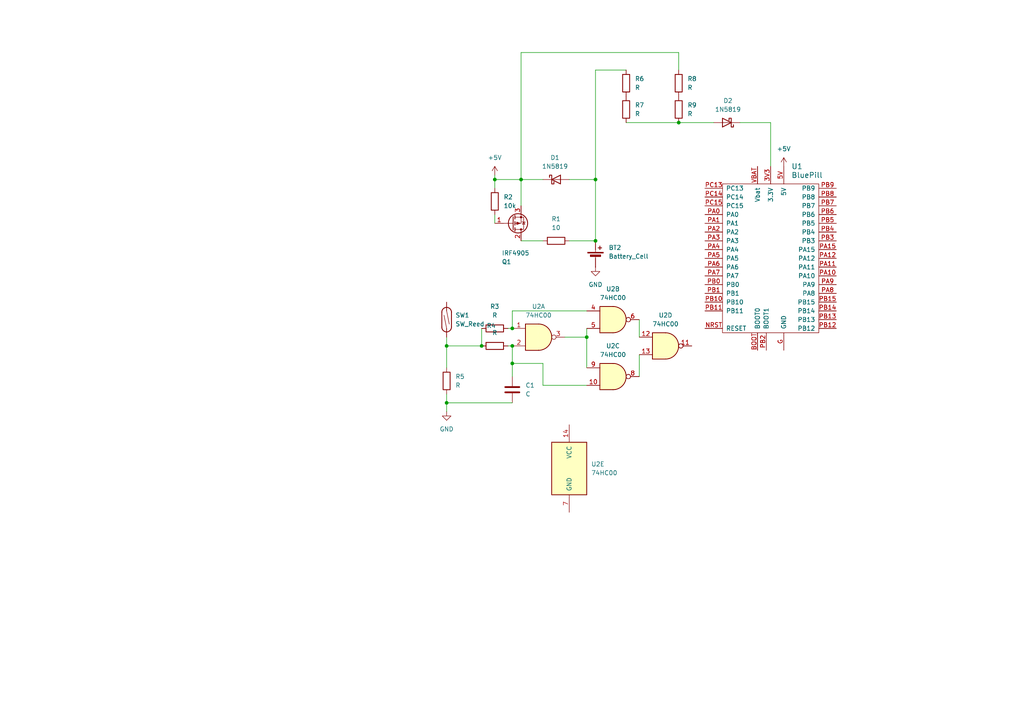
<source format=kicad_sch>
(kicad_sch (version 20231120) (generator "eeschema") (generator_version "8.0")
  (paper "A4")
  (lib_symbols
    (symbol "74xx:74HC00" (pin_names (offset 1.016))
      (property "Reference" "U" (at 0 1.27 0))
      (property "Value" "74HC00" (at 0 -1.27 0))
      (symbol "74HC00_1_1"
        (arc (start 0 -3.81) (mid 3.7934 0) (end 0 3.81) (stroke (width 0.254)) (fill (type background)))
        (polyline (pts (xy 0 3.81) (xy -3.81 3.81) (xy -3.81 -3.81) (xy 0 -3.81)) (stroke (width 0.254)) (fill (type background)))
        (pin input line (at -7.62 2.54 0) (length 3.81) (name "~") (number "1"))
        (pin input line (at -7.62 -2.54 0) (length 3.81) (name "~") (number "2"))
        (pin output inverted (at 7.62 0 180) (length 3.81) (name "~") (number "3"))
      )
      (symbol "74HC00_1_2"
        (arc (start -3.81 -3.81) (mid -2.589 0) (end -3.81 3.81) (stroke (width 0.254)))
        (arc (start -0.6096 -3.81) (mid 2.1842 -2.5851) (end 3.81 0) (stroke (width 0.254)) (fill (type background)))
        (polyline (pts (xy -3.81 -3.81) (xy -0.635 -3.81)) (stroke (width 0.254)) (fill (type background)))
        (polyline (pts (xy -3.81 3.81) (xy -0.635 3.81)) (stroke (width 0.254)) (fill (type background)))
        (polyline (pts (xy -0.635 3.81) (xy -3.81 3.81) (xy -3.81 3.81) (xy -3.556 3.4036) (xy -3.0226 2.2606) (xy -2.6924 1.0414) (xy -2.6162 -0.254) (xy -2.7686 -1.4986) (xy -3.175 -2.7178) (xy -3.81 -3.81) (xy -3.81 -3.81) (xy -0.635 -3.81)) (stroke (width -25.4)) (fill (type background)))
        (arc (start 3.81 0) (mid 2.1915 2.5936) (end -0.6096 3.81) (stroke (width 0.254)) (fill (type background)))
        (pin input inverted (at -7.62 2.54 0) (length 4.318) (name "~") (number "1"))
        (pin input inverted (at -7.62 -2.54 0) (length 4.318) (name "~") (number "2"))
        (pin output line (at 7.62 0 180) (length 3.81) (name "~") (number "3"))
      )
      (symbol "74HC00_2_1"
        (arc (start 0 -3.81) (mid 3.7934 0) (end 0 3.81) (stroke (width 0.254)) (fill (type background)))
        (polyline (pts (xy 0 3.81) (xy -3.81 3.81) (xy -3.81 -3.81) (xy 0 -3.81)) (stroke (width 0.254)) (fill (type background)))
        (pin input line (at -7.62 2.54 0) (length 3.81) (name "~") (number "4"))
        (pin input line (at -7.62 -2.54 0) (length 3.81) (name "~") (number "5"))
        (pin output inverted (at 7.62 0 180) (length 3.81) (name "~") (number "6"))
      )
      (symbol "74HC00_2_2"
        (arc (start -3.81 -3.81) (mid -2.589 0) (end -3.81 3.81) (stroke (width 0.254)))
        (arc (start -0.6096 -3.81) (mid 2.1842 -2.5851) (end 3.81 0) (stroke (width 0.254)) (fill (type background)))
        (polyline (pts (xy -3.81 -3.81) (xy -0.635 -3.81)) (stroke (width 0.254)) (fill (type background)))
        (polyline (pts (xy -3.81 3.81) (xy -0.635 3.81)) (stroke (width 0.254)) (fill (type background)))
        (polyline (pts (xy -0.635 3.81) (xy -3.81 3.81) (xy -3.81 3.81) (xy -3.556 3.4036) (xy -3.0226 2.2606) (xy -2.6924 1.0414) (xy -2.6162 -0.254) (xy -2.7686 -1.4986) (xy -3.175 -2.7178) (xy -3.81 -3.81) (xy -3.81 -3.81) (xy -0.635 -3.81)) (stroke (width -25.4)) (fill (type background)))
        (arc (start 3.81 0) (mid 2.1915 2.5936) (end -0.6096 3.81) (stroke (width 0.254)) (fill (type background)))
        (pin input inverted (at -7.62 2.54 0) (length 4.318) (name "~") (number "4"))
        (pin input inverted (at -7.62 -2.54 0) (length 4.318) (name "~") (number "5"))
        (pin output line (at 7.62 0 180) (length 3.81) (name "~") (number "6"))
      )
      (symbol "74HC00_3_1"
        (arc (start 0 -3.81) (mid 3.7934 0) (end 0 3.81) (stroke (width 0.254)) (fill (type background)))
        (polyline (pts (xy 0 3.81) (xy -3.81 3.81) (xy -3.81 -3.81) (xy 0 -3.81)) (stroke (width 0.254)) (fill (type background)))
        (pin input line (at -7.62 -2.54 0) (length 3.81) (name "~") (number "10"))
        (pin output inverted (at 7.62 0 180) (length 3.81) (name "~") (number "8"))
        (pin input line (at -7.62 2.54 0) (length 3.81) (name "~") (number "9"))
      )
      (symbol "74HC00_3_2"
        (arc (start -3.81 -3.81) (mid -2.589 0) (end -3.81 3.81) (stroke (width 0.254)))
        (arc (start -0.6096 -3.81) (mid 2.1842 -2.5851) (end 3.81 0) (stroke (width 0.254)) (fill (type background)))
        (polyline (pts (xy -3.81 -3.81) (xy -0.635 -3.81)) (stroke (width 0.254)) (fill (type background)))
        (polyline (pts (xy -3.81 3.81) (xy -0.635 3.81)) (stroke (width 0.254)) (fill (type background)))
        (polyline (pts (xy -0.635 3.81) (xy -3.81 3.81) (xy -3.81 3.81) (xy -3.556 3.4036) (xy -3.0226 2.2606) (xy -2.6924 1.0414) (xy -2.6162 -0.254) (xy -2.7686 -1.4986) (xy -3.175 -2.7178) (xy -3.81 -3.81) (xy -3.81 -3.81) (xy -0.635 -3.81)) (stroke (width -25.4)) (fill (type background)))
        (arc (start 3.81 0) (mid 2.1915 2.5936) (end -0.6096 3.81) (stroke (width 0.254)) (fill (type background)))
        (pin input inverted (at -7.62 -2.54 0) (length 4.318) (name "~") (number "10"))
        (pin output line (at 7.62 0 180) (length 3.81) (name "~") (number "8"))
        (pin input inverted (at -7.62 2.54 0) (length 4.318) (name "~") (number "9"))
      )
      (symbol "74HC00_4_1"
        (arc (start 0 -3.81) (mid 3.7934 0) (end 0 3.81) (stroke (width 0.254)) (fill (type background)))
        (polyline (pts (xy 0 3.81) (xy -3.81 3.81) (xy -3.81 -3.81) (xy 0 -3.81)) (stroke (width 0.254)) (fill (type background)))
        (pin output inverted (at 7.62 0 180) (length 3.81) (name "~") (number "11"))
        (pin input line (at -7.62 2.54 0) (length 3.81) (name "~") (number "12"))
        (pin input line (at -7.62 -2.54 0) (length 3.81) (name "~") (number "13"))
      )
      (symbol "74HC00_4_2"
        (arc (start -3.81 -3.81) (mid -2.589 0) (end -3.81 3.81) (stroke (width 0.254)))
        (arc (start -0.6096 -3.81) (mid 2.1842 -2.5851) (end 3.81 0) (stroke (width 0.254)) (fill (type background)))
        (polyline (pts (xy -3.81 -3.81) (xy -0.635 -3.81)) (stroke (width 0.254)) (fill (type background)))
        (polyline (pts (xy -3.81 3.81) (xy -0.635 3.81)) (stroke (width 0.254)) (fill (type background)))
        (polyline (pts (xy -0.635 3.81) (xy -3.81 3.81) (xy -3.81 3.81) (xy -3.556 3.4036) (xy -3.0226 2.2606) (xy -2.6924 1.0414) (xy -2.6162 -0.254) (xy -2.7686 -1.4986) (xy -3.175 -2.7178) (xy -3.81 -3.81) (xy -3.81 -3.81) (xy -0.635 -3.81)) (stroke (width -25.4)) (fill (type background)))
        (arc (start 3.81 0) (mid 2.1915 2.5936) (end -0.6096 3.81) (stroke (width 0.254)) (fill (type background)))
        (pin output line (at 7.62 0 180) (length 3.81) (name "~") (number "11"))
        (pin input inverted (at -7.62 2.54 0) (length 4.318) (name "~") (number "12"))
        (pin input inverted (at -7.62 -2.54 0) (length 4.318) (name "~") (number "13"))
      )
      (symbol "74HC00_5_0"
        (pin power_in line (at 0 12.7 270) (length 5.08) (name "VCC") (number "14"))
        (pin power_in line (at 0 -12.7 90) (length 5.08) (name "GND") (number "7"))
      )
      (symbol "74HC00_5_1"
        (rectangle (start -5.08 7.62) (end 5.08 -7.62) (stroke (width 0.254)) (fill (type background)))
      )
    )
    (symbol "Device:Battery_Cell" (pin_numbers hide) (pin_names (offset 0) hide)
      (property "Reference" "BT" (at 2.54 2.54 0))
      (property "Value" "Battery_Cell" (at 2.54 0 0))
      (symbol "Battery_Cell_0_1"
        (rectangle (start -2.286 1.778) (end 2.286 1.524) (fill (type outline)))
        (rectangle (start -1.524 1.016) (end 1.524 0.508) (fill (type outline)))
        (polyline (pts (xy 0 0.762) (xy 0 0)))
        (polyline (pts (xy 0 1.778) (xy 0 2.54)))
        (polyline (pts (xy 0.762 3.048) (xy 1.778 3.048)) (stroke (width 0.254)))
        (polyline (pts (xy 1.27 3.556) (xy 1.27 2.54)) (stroke (width 0.254)))
      )
      (symbol "Battery_Cell_1_1"
        (pin passive line (at 0 5.08 270) (length 2.54) (name "+") (number "1"))
        (pin passive line (at 0 -2.54 90) (length 2.54) (name "-") (number "2"))
      )
    )
    (symbol "Device:C" (pin_numbers hide) (pin_names (offset 0.254))
      (property "Reference" "C" (at 0.635 2.54 0))
      (property "Value" "C" (at 0.635 -2.54 0))
      (symbol "C_0_1"
        (polyline (pts (xy -2.032 -0.762) (xy 2.032 -0.762)) (stroke (width 0.508)))
        (polyline (pts (xy -2.032 0.762) (xy 2.032 0.762)) (stroke (width 0.508)))
      )
      (symbol "C_1_1"
        (pin passive line (at 0 3.81 270) (length 2.794) (name "~") (number "1"))
        (pin passive line (at 0 -3.81 90) (length 2.794) (name "~") (number "2"))
      )
    )
    (symbol "Device:R" (pin_numbers hide) (pin_names (offset 0))
      (property "Reference" "R" (at 2.032 0 90))
      (property "Value" "R" (at 0 0 90))
      (symbol "R_0_1"
        (rectangle (start -1.016 -2.54) (end 1.016 2.54) (stroke (width 0.254)))
      )
      (symbol "R_1_1"
        (pin passive line (at 0 3.81 270) (length 1.27) (name "~") (number "1"))
        (pin passive line (at 0 -3.81 90) (length 1.27) (name "~") (number "2"))
      )
    )
    (symbol "Diode:1N5819" (pin_numbers hide) (pin_names (offset 1.016) hide)
      (property "Reference" "D" (at 0 2.54 0))
      (property "Value" "1N5819" (at 0 -2.54 0))
      (symbol "1N5819_0_1"
        (polyline (pts (xy 1.27 0) (xy -1.27 0)))
        (polyline (pts (xy 1.27 1.27) (xy 1.27 -1.27) (xy -1.27 0) (xy 1.27 1.27)) (stroke (width 0.254)))
        (polyline (pts (xy -1.905 0.635) (xy -1.905 1.27) (xy -1.27 1.27) (xy -1.27 -1.27) (xy -0.635 -1.27) (xy -0.635 -0.635)) (stroke (width 0.254)))
      )
      (symbol "1N5819_1_1"
        (pin passive line (at -3.81 0 0) (length 2.54) (name "K") (number "1"))
        (pin passive line (at 3.81 0 180) (length 2.54) (name "A") (number "2"))
      )
    )
    (symbol "New_Library:BluePill" (pin_names (offset 1.016))
      (property "Reference" "U" (at -12.7 22.86 0))
      (property "Value" "BluePill" (at 7.62 -24.13 0))
      (symbol "BluePill_0_1"
        (rectangle (start -13.97 21.59) (end 13.97 -21.59))
      )
      (symbol "BluePill_1_1"
        (pin power_out line (at 0 26.67 270) (length 5.08) (name "3.3V") (number "3V3"))
        (pin power_out line (at 3.81 26.67 270) (length 5.08) (name "5V") (number "5V"))
        (pin input line (at -3.81 -26.67 90) (length 5.08) (name "BOOT0") (number "BOOT"))
        (pin power_out line (at 3.81 -26.67 90) (length 5.08) (name "GND") (number "G"))
        (pin input line (at -19.05 -20.32 0) (length 5.08) (name "RESET") (number "NRST"))
        (pin bidirectional line (at -19.05 12.7 0) (length 5.08) (name "PA0") (number "PA0"))
        (pin bidirectional line (at -19.05 10.16 0) (length 5.08) (name "PA1") (number "PA1"))
        (pin bidirectional line (at 19.05 -5.08 180) (length 5.08) (name "PA10") (number "PA10"))
        (pin bidirectional line (at 19.05 -2.54 180) (length 5.08) (name "PA11") (number "PA11"))
        (pin bidirectional line (at 19.05 0 180) (length 5.08) (name "PA12") (number "PA12"))
        (pin bidirectional line (at 19.05 2.54 180) (length 5.08) (name "PA15") (number "PA15"))
        (pin bidirectional line (at -19.05 7.62 0) (length 5.08) (name "PA2") (number "PA2"))
        (pin bidirectional line (at -19.05 5.08 0) (length 5.08) (name "PA3") (number "PA3"))
        (pin bidirectional line (at -19.05 2.54 0) (length 5.08) (name "PA4") (number "PA4"))
        (pin bidirectional line (at -19.05 0 0) (length 5.08) (name "PA5") (number "PA5"))
        (pin bidirectional line (at -19.05 -2.54 0) (length 5.08) (name "PA6") (number "PA6"))
        (pin bidirectional line (at -19.05 -5.08 0) (length 5.08) (name "PA7") (number "PA7"))
        (pin bidirectional line (at 19.05 -10.16 180) (length 5.08) (name "PA8") (number "PA8"))
        (pin bidirectional line (at 19.05 -7.62 180) (length 5.08) (name "PA9") (number "PA9"))
        (pin bidirectional line (at -19.05 -7.62 0) (length 5.08) (name "PB0") (number "PB0"))
        (pin bidirectional line (at -19.05 -10.16 0) (length 5.08) (name "PB1") (number "PB1"))
        (pin bidirectional line (at -19.05 -12.7 0) (length 5.08) (name "PB10") (number "PB10"))
        (pin bidirectional line (at -19.05 -15.24 0) (length 5.08) (name "PB11") (number "PB11"))
        (pin bidirectional line (at 19.05 -20.32 180) (length 5.08) (name "PB12") (number "PB12"))
        (pin bidirectional line (at 19.05 -17.78 180) (length 5.08) (name "PB13") (number "PB13"))
        (pin bidirectional line (at 19.05 -15.24 180) (length 5.08) (name "PB14") (number "PB14"))
        (pin bidirectional line (at 19.05 -12.7 180) (length 5.08) (name "PB15") (number "PB15"))
        (pin input line (at -1.27 -26.67 90) (length 5.08) (name "BOOT1") (number "PB2"))
        (pin bidirectional line (at 19.05 5.08 180) (length 5.08) (name "PB3") (number "PB3"))
        (pin bidirectional line (at 19.05 7.62 180) (length 5.08) (name "PB4") (number "PB4"))
        (pin bidirectional line (at 19.05 10.16 180) (length 5.08) (name "PB5") (number "PB5"))
        (pin bidirectional line (at 19.05 12.7 180) (length 5.08) (name "PB6") (number "PB6"))
        (pin bidirectional line (at 19.05 15.24 180) (length 5.08) (name "PB7") (number "PB7"))
        (pin bidirectional line (at 19.05 17.78 180) (length 5.08) (name "PB8") (number "PB8"))
        (pin bidirectional line (at 19.05 20.32 180) (length 5.08) (name "PB9") (number "PB9"))
        (pin bidirectional line (at -19.05 20.32 0) (length 5.08) (name "PC13") (number "PC13"))
        (pin bidirectional line (at -19.05 17.78 0) (length 5.08) (name "PC14") (number "PC14"))
        (pin bidirectional line (at -19.05 15.24 0) (length 5.08) (name "PC15") (number "PC15"))
        (pin power_in line (at -3.81 26.67 270) (length 5.08) (name "Vbat") (number "VBAT"))
      )
    )
    (symbol "Switch:SW_Reed" (pin_numbers hide) (pin_names (offset 0) hide)
      (property "Reference" "SW" (at 0 2.54 0))
      (property "Value" "SW_Reed" (at 0 -2.54 0))
      (symbol "SW_Reed_0_0"
        (arc (start -2.159 1.397) (mid -3.55 0) (end -2.159 -1.397) (stroke (width 0.254)))
        (polyline (pts (xy -2.54 0) (xy 1.27 0.762)))
        (polyline (pts (xy -2.159 -1.397) (xy 2.286 -1.397)) (stroke (width 0.254)))
        (polyline (pts (xy 2.159 1.397) (xy -2.159 1.397)) (stroke (width 0.254)))
        (polyline (pts (xy 2.54 0) (xy -1.27 -0.762)))
        (arc (start 2.159 -1.397) (mid 3.55 0) (end 2.159 1.397) (stroke (width 0.254)))
      )
      (symbol "SW_Reed_1_1"
        (pin passive line (at -5.08 0 0) (length 2.54) (name "1") (number "1"))
        (pin passive line (at 5.08 0 180) (length 2.54) (name "2") (number "2"))
      )
    )
    (symbol "Transistor_FET:IRF4905" (pin_names hide)
      (property "Reference" "Q" (at 5.08 1.905 0))
      (property "Value" "IRF4905" (at 5.08 0 0))
      (symbol "IRF4905_0_1"
        (polyline (pts (xy 0.254 0) (xy -2.54 0)))
        (polyline (pts (xy 0.254 1.905) (xy 0.254 -1.905)) (stroke (width 0.254)))
        (polyline (pts (xy 0.762 -1.27) (xy 0.762 -2.286)) (stroke (width 0.254)))
        (polyline (pts (xy 0.762 0.508) (xy 0.762 -0.508)) (stroke (width 0.254)))
        (polyline (pts (xy 0.762 2.286) (xy 0.762 1.27)) (stroke (width 0.254)))
        (polyline (pts (xy 2.54 2.54) (xy 2.54 1.778)))
        (polyline (pts (xy 2.54 -2.54) (xy 2.54 0) (xy 0.762 0)))
        (polyline (pts (xy 0.762 1.778) (xy 3.302 1.778) (xy 3.302 -1.778) (xy 0.762 -1.778)))
        (polyline (pts (xy 2.286 0) (xy 1.27 0.381) (xy 1.27 -0.381) (xy 2.286 0)) (fill (type outline)))
        (polyline (pts (xy 2.794 -0.508) (xy 2.921 -0.381) (xy 3.683 -0.381) (xy 3.81 -0.254)))
        (polyline (pts (xy 3.302 -0.381) (xy 2.921 0.254) (xy 3.683 0.254) (xy 3.302 -0.381)))
        (circle (center 1.651 0) (radius 2.794) (stroke (width 0.254)))
        (circle (center 2.54 -1.778) (radius 0.254) (fill (type outline)))
        (circle (center 2.54 1.778) (radius 0.254) (fill (type outline)))
      )
      (symbol "IRF4905_1_1"
        (pin input line (at -5.08 0 0) (length 2.54) (name "G") (number "1"))
        (pin passive line (at 2.54 5.08 270) (length 2.54) (name "D") (number "2"))
        (pin passive line (at 2.54 -5.08 90) (length 2.54) (name "S") (number "3"))
      )
    )
    (symbol "power:+5V" (power) (pin_numbers hide) (pin_names (offset 0) hide)
      (property "Value" "+5V" (at 0 3.556 0))
      (symbol "+5V_0_1"
        (polyline (pts (xy -0.762 1.27) (xy 0 2.54)))
        (polyline (pts (xy 0 0) (xy 0 2.54)))
        (polyline (pts (xy 0 2.54) (xy 0.762 1.27)))
      )
      (symbol "+5V_1_1"
        (pin power_in line (at 0 0 90) (length 0) (name "~") (number "1"))
      )
    )
    (symbol "power:GND" (power) (pin_numbers hide) (pin_names (offset 0) hide)
      (property "Value" "GND" (at 0 -3.81 0))
      (symbol "GND_0_1"
        (polyline (pts (xy 0 0) (xy 0 -1.27) (xy 1.27 -1.27) (xy 0 -2.54) (xy -1.27 -1.27) (xy 0 -1.27)))
      )
      (symbol "GND_1_1"
        (pin power_in line (at 0 0 270) (length 0) (name "~") (number "1"))
      )
    )
  )
  (junction (at 129.54 116.84))
  (junction (at 129.54 100.33))
  (junction (at 148.59 105.41))
  (junction (at 148.59 100.33))
  (junction (at 148.59 95.25))
  (junction (at 139.7 100.33))
  (junction (at 172.72 52.07))
  (junction (at 151.13 52.07))
  (junction (at 143.51 52.07))
  (junction (at 172.72 69.85))
  (junction (at 170.18 97.79))
  (junction (at 196.85 35.56))
  (wire (pts (xy 165.1 52.07) (xy 172.72 52.07)))
  (wire (pts (xy 129.54 116.84) (xy 148.59 116.84)))
  (wire (pts (xy 129.54 100.33) (xy 129.54 106.68)))
  (wire (pts (xy 196.85 15.24) (xy 151.13 15.24)))
  (wire (pts (xy 165.1 69.85) (xy 172.72 69.85)))
  (wire (pts (xy 172.72 69.85) (xy 172.72 52.07)))
  (wire (pts (xy 196.85 20.32) (xy 196.85 15.24)))
  (wire (pts (xy 170.18 97.79) (xy 170.18 106.68)))
  (wire (pts (xy 129.54 97.79) (xy 129.54 100.33)))
  (wire (pts (xy 151.13 69.85) (xy 157.48 69.85)))
  (wire (pts (xy 214.63 35.56) (xy 223.52 35.56)))
  (wire (pts (xy 151.13 52.07) (xy 151.13 59.69)))
  (wire (pts (xy 196.85 35.56) (xy 207.01 35.56)))
  (wire (pts (xy 170.18 111.76) (xy 157.48 111.76)))
  (wire (pts (xy 172.72 20.32) (xy 172.72 52.07)))
  (wire (pts (xy 151.13 15.24) (xy 151.13 52.07)))
  (wire (pts (xy 157.48 111.76) (xy 157.48 105.41)))
  (wire (pts (xy 170.18 90.17) (xy 148.59 90.17)))
  (wire (pts (xy 148.59 100.33) (xy 148.59 105.41)))
  (wire (pts (xy 143.51 50.8) (xy 143.51 52.07)))
  (wire (pts (xy 170.18 97.79) (xy 163.83 97.79)))
  (wire (pts (xy 129.54 100.33) (xy 139.7 100.33)))
  (wire (pts (xy 181.61 20.32) (xy 172.72 20.32)))
  (wire (pts (xy 181.61 35.56) (xy 196.85 35.56)))
  (wire (pts (xy 147.32 95.25) (xy 148.59 95.25)))
  (wire (pts (xy 148.59 90.17) (xy 148.59 95.25)))
  (wire (pts (xy 151.13 52.07) (xy 157.48 52.07)))
  (wire (pts (xy 148.59 105.41) (xy 148.59 109.22)))
  (wire (pts (xy 139.7 95.25) (xy 139.7 100.33)))
  (wire (pts (xy 129.54 116.84) (xy 129.54 114.3)))
  (wire (pts (xy 157.48 105.41) (xy 148.59 105.41)))
  (wire (pts (xy 223.52 35.56) (xy 223.52 48.26)))
  (wire (pts (xy 185.42 92.71) (xy 185.42 97.79)))
  (wire (pts (xy 170.18 95.25) (xy 170.18 97.79)))
  (wire (pts (xy 143.51 52.07) (xy 151.13 52.07)))
  (wire (pts (xy 147.32 100.33) (xy 148.59 100.33)))
  (wire (pts (xy 143.51 62.23) (xy 143.51 64.77)))
  (wire (pts (xy 143.51 52.07) (xy 143.51 54.61)))
  (wire (pts (xy 129.54 119.38) (xy 129.54 116.84)))
  (wire (pts (xy 185.42 102.87) (xy 185.42 109.22)))
  (symbol (lib_id "Device:R") (at 181.61 24.13 0) (unit 1)
    (property "Reference" "R6" (at 184.15 22.8599 0) (effects (justify left)))
    (property "Value" "R" (at 184.15 25.3999 0) (effects (justify left)))
    (property "Description" "Resistor" (effects (hide yes)))
  )
  (symbol (lib_id "Device:R") (at 129.54 110.49 0) (unit 1)
    (property "Reference" "R5" (at 132.08 109.2199 0) (effects (justify left)))
    (property "Value" "R" (at 132.08 111.7599 0) (effects (justify left)))
    (property "Description" "Resistor" (effects (hide yes)))
  )
  (symbol (lib_id "power:GND") (at 172.72 77.47 0) (unit 1)
    (property "Reference" "#PWR01" (effects (hide yes)))
    (property "Value" "GND" (at 172.72 82.55 0))
    (property "Description" "Power symbol creates a global label with name \"GND\" , ground" (effects (hide yes)))
  )
  (symbol (lib_id "Device:C") (at 148.59 113.03 180) (unit 1)
    (property "Reference" "C1" (at 152.4 111.7599 0) (effects (justify right)))
    (property "Value" "C" (at 152.4 114.2999 0) (effects (justify right)))
    (property "Description" "Unpolarized capacitor" (effects (hide yes)))
  )
  (symbol (lib_id "Device:R") (at 161.29 69.85 90) (unit 1)
    (property "Reference" "R1" (at 161.29 63.5 90))
    (property "Value" "10" (at 161.29 66.04 90))
    (property "Description" "Resistor" (effects (hide yes)))
  )
  (symbol (lib_id "power:+5V") (at 227.33 48.26 0) (unit 1)
    (property "Reference" "#PWR02" (effects (hide yes)))
    (property "Value" "+5V" (at 227.33 43.18 0))
    (property "Description" "Power symbol creates a global label with name \"+5V\"" (effects (hide yes)))
  )
  (symbol (lib_id "74xx:74HC00") (at 193.04 100.33 0) (unit 4)
    (property "Reference" "U2" (at 193.0317 91.44 0))
    (property "Value" "74HC00" (at 193.0317 93.98 0))
    (property "Datasheet" "http://www.ti.com/lit/gpn/sn74hc00" (effects (hide yes)))
    (property "Description" "quad 2-input NAND gate" (effects (hide yes)))
  )
  (symbol (lib_id "Device:R") (at 181.61 31.75 0) (unit 1)
    (property "Reference" "R7" (at 184.15 30.4799 0) (effects (justify left)))
    (property "Value" "R" (at 184.15 33.0199 0) (effects (justify left)))
    (property "Description" "Resistor" (effects (hide yes)))
  )
  (symbol (lib_id "Diode:1N5819") (at 161.29 52.07 0) (unit 1)
    (property "Reference" "D1" (at 160.9725 45.72 0))
    (property "Value" "1N5819" (at 160.9725 48.26 0))
    (property "Footprint" "Diode_THT:D_DO-41_SOD81_P10.16mm_Horizontal" (effects (hide yes)))
    (property "Datasheet" "http://www.vishay.com/docs/88525/1n5817.pdf" (effects (hide yes)))
    (property "Description" "40V 1A Schottky Barrier Rectifier Diode, DO-41" (effects (hide yes)))
  )
  (symbol (lib_id "Device:R") (at 143.51 95.25 90) (unit 1)
    (property "Reference" "R3" (at 143.51 88.9 90))
    (property "Value" "R" (at 143.51 91.44 90))
    (property "Description" "Resistor" (effects (hide yes)))
  )
  (symbol (lib_id "74xx:74HC00") (at 177.8 109.22 0) (unit 3)
    (property "Reference" "U2" (at 177.7917 100.33 0))
    (property "Value" "74HC00" (at 177.7917 102.87 0))
    (property "Datasheet" "http://www.ti.com/lit/gpn/sn74hc00" (effects (hide yes)))
    (property "Description" "quad 2-input NAND gate" (effects (hide yes)))
  )
  (symbol (lib_id "Device:Battery_Cell") (at 172.72 74.93 0) (unit 1)
    (property "Reference" "BT2" (at 176.53 71.8184 0) (effects (justify left)))
    (property "Value" "Battery_Cell" (at 176.53 74.3584 0) (effects (justify left)))
    (property "Description" "Single-cell battery" (effects (hide yes)))
  )
  (symbol (lib_id "power:GND") (at 129.54 119.38 0) (unit 1)
    (property "Reference" "#PWR04" (effects (hide yes)))
    (property "Value" "GND" (at 129.54 124.46 0))
    (property "Description" "Power symbol creates a global label with name \"GND\" , ground" (effects (hide yes)))
  )
  (symbol (lib_id "Switch:SW_Reed") (at 129.54 92.71 90) (unit 1)
    (property "Reference" "SW1" (at 132.08 91.4399 90) (effects (justify right)))
    (property "Value" "SW_Reed" (at 132.08 93.9799 90) (effects (justify right)))
    (property "Description" "reed switch" (effects (hide yes)))
  )
  (symbol (lib_id "Device:R") (at 143.51 58.42 180) (unit 1)
    (property "Reference" "R2" (at 146.05 57.1499 0) (effects (justify right)))
    (property "Value" "10k" (at 146.05 59.6899 0) (effects (justify right)))
    (property "Description" "Resistor" (effects (hide yes)))
  )
  (symbol (lib_id "74xx:74HC00") (at 177.8 92.71 0) (unit 2)
    (property "Reference" "U2" (at 177.7917 83.82 0))
    (property "Value" "74HC00" (at 177.7917 86.36 0))
    (property "Datasheet" "http://www.ti.com/lit/gpn/sn74hc00" (effects (hide yes)))
    (property "Description" "quad 2-input NAND gate" (effects (hide yes)))
  )
  (symbol (lib_id "power:+5V") (at 143.51 50.8 0) (unit 1)
    (property "Reference" "#PWR03" (effects (hide yes)))
    (property "Value" "+5V" (at 143.51 45.72 0))
    (property "Description" "Power symbol creates a global label with name \"+5V\"" (effects (hide yes)))
  )
  (symbol (lib_id "New_Library:BluePill") (at 223.52 74.93 0) (unit 1)
    (property "Reference" "U1" (at 229.5241 48.26 0) (effects (font (size 1.524 1.524)) (justify left)))
    (property "Value" "BluePill" (at 229.5241 50.8 0) (effects (font (size 1.524 1.524)) (justify left)))
    (property "Footprint" "Module:blue_pill" (effects (hide yes)))
    (property "Datasheet" "https://www.electronicshub.org/getting-started-with-stm32f103c8t6-blue-pill/" (effects (hide yes)))
  )
  (symbol (lib_id "Device:R") (at 196.85 24.13 0) (unit 1)
    (property "Reference" "R8" (at 199.39 22.8599 0) (effects (justify left)))
    (property "Value" "R" (at 199.39 25.3999 0) (effects (justify left)))
    (property "Description" "Resistor" (effects (hide yes)))
  )
  (symbol (lib_id "Diode:1N5819") (at 210.82 35.56 180) (unit 1)
    (property "Reference" "D2" (at 211.1375 29.21 0))
    (property "Value" "1N5819" (at 211.1375 31.75 0))
    (property "Footprint" "Diode_THT:D_DO-41_SOD81_P10.16mm_Horizontal" (effects (hide yes)))
    (property "Datasheet" "http://www.vishay.com/docs/88525/1n5817.pdf" (effects (hide yes)))
    (property "Description" "40V 1A Schottky Barrier Rectifier Diode, DO-41" (effects (hide yes)))
  )
  (symbol (lib_id "74xx:74HC00") (at 156.21 97.79 0) (unit 1)
    (property "Reference" "U2" (at 156.2017 88.9 0))
    (property "Value" "74HC00" (at 156.2017 91.44 0))
    (property "Datasheet" "http://www.ti.com/lit/gpn/sn74hc00" (effects (hide yes)))
    (property "Description" "quad 2-input NAND gate" (effects (hide yes)))
  )
  (symbol (lib_id "Transistor_FET:IRF4905") (at 148.59 64.77 0) (mirror x) (unit 1)
    (property "Reference" "Q1" (at 145.542 75.946 0) (effects (justify left)))
    (property "Value" "IRF4905" (at 145.542 73.406 0) (effects (justify left)))
    (property "Footprint" "Package_TO_SOT_THT:TO-220-3_Vertical" (effects (hide yes)))
    (property "Datasheet" "http://www.infineon.com/dgdl/irf4905.pdf?fileId=5546d462533600a4015355e32165197c" (effects (hide yes)))
    (property "Description" "-74A Id, -55V Vds, Single P-Channel HEXFET Power MOSFET, 20mOhm Ron, TO-220AB" (effects (hide yes)))
  )
  (symbol (lib_id "Device:R") (at 143.51 100.33 90) (unit 1)
    (property "Reference" "R4" (at 142.494 94.488 90))
    (property "Value" "R" (at 143.51 96.52 90))
    (property "Description" "Resistor" (effects (hide yes)))
  )
  (symbol (lib_id "74xx:74HC00") (at 165.1 135.89 0) (unit 5)
    (property "Reference" "U2" (at 171.45 134.6199 0) (effects (justify left)))
    (property "Value" "74HC00" (at 171.45 137.1599 0) (effects (justify left)))
    (property "Datasheet" "http://www.ti.com/lit/gpn/sn74hc00" (effects (hide yes)))
    (property "Description" "quad 2-input NAND gate" (effects (hide yes)))
  )
  (symbol (lib_id "Device:R") (at 196.85 31.75 0) (unit 1)
    (property "Reference" "R9" (at 199.39 30.4799 0) (effects (justify left)))
    (property "Value" "R" (at 199.39 33.0199 0) (effects (justify left)))
    (property "Description" "Resistor" (effects (hide yes)))
  )
)
</source>
